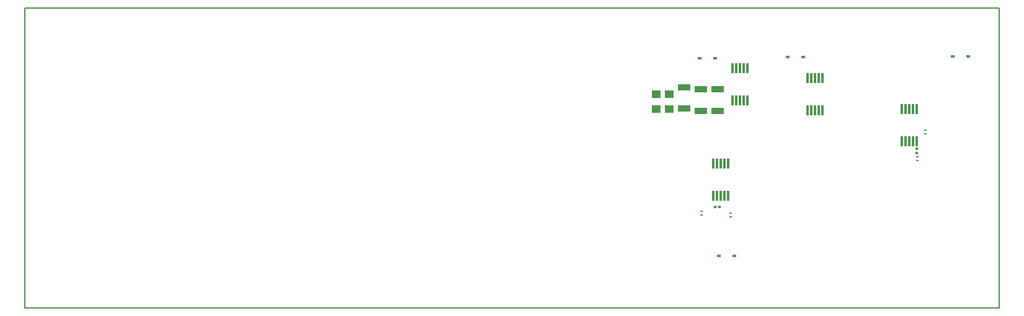
<source format=gbr>
G04 #@! TF.FileFunction,Paste,Bot*
%FSLAX46Y46*%
G04 Gerber Fmt 4.6, Leading zero omitted, Abs format (unit mm)*
G04 Created by KiCad (PCBNEW 4.0.7) date 06/06/18 14:18:26*
%MOMM*%
%LPD*%
G01*
G04 APERTURE LIST*
%ADD10C,0.100000*%
%ADD11C,0.150000*%
%ADD12R,0.300000X0.350000*%
%ADD13R,1.250000X1.000000*%
%ADD14R,0.350000X0.300000*%
%ADD15R,0.300000X1.450000*%
%ADD16R,0.430000X0.280000*%
%ADD17R,1.700000X0.900000*%
%ADD18R,0.600000X0.450000*%
G04 APERTURE END LIST*
D10*
D11*
X25000000Y-164000000D02*
X25000000Y-123000000D01*
X158000000Y-164000000D02*
X25000000Y-164000000D01*
X158000000Y-123000000D02*
X158000000Y-164000000D01*
X25000000Y-123000000D02*
X158000000Y-123000000D01*
D12*
X119220000Y-150210000D03*
X119780000Y-150210000D03*
D13*
X111180000Y-134800000D03*
X111180000Y-136800000D03*
X112980000Y-134800000D03*
X112980000Y-136800000D03*
D14*
X146740000Y-142280000D03*
X146740000Y-142840000D03*
D15*
X118960000Y-144300000D03*
X119460000Y-144300000D03*
X119960000Y-144300000D03*
X120460000Y-144300000D03*
X120960000Y-144300000D03*
X120960000Y-148700000D03*
X120460000Y-148700000D03*
X119960000Y-148700000D03*
X119460000Y-148700000D03*
X118960000Y-148700000D03*
X121580000Y-131200000D03*
X122080000Y-131200000D03*
X122580000Y-131200000D03*
X123080000Y-131200000D03*
X123580000Y-131200000D03*
X123580000Y-135600000D03*
X123080000Y-135600000D03*
X122580000Y-135600000D03*
X122080000Y-135600000D03*
X121580000Y-135600000D03*
X131870000Y-132610000D03*
X132370000Y-132610000D03*
X132870000Y-132610000D03*
X133370000Y-132610000D03*
X133870000Y-132610000D03*
X133870000Y-137010000D03*
X133370000Y-137010000D03*
X132870000Y-137010000D03*
X132370000Y-137010000D03*
X131870000Y-137010000D03*
D16*
X117330000Y-150810000D03*
X117330000Y-151330000D03*
X121330000Y-151030000D03*
X121330000Y-151550000D03*
D17*
X119520000Y-137050000D03*
X119520000Y-134150000D03*
X117260000Y-137050000D03*
X117260000Y-134150000D03*
X115010000Y-133880000D03*
X115010000Y-136780000D03*
D16*
X146780000Y-143880000D03*
X146780000Y-143360000D03*
X147910000Y-139720000D03*
X147910000Y-140240000D03*
D15*
X146710000Y-141200000D03*
X146210000Y-141200000D03*
X145710000Y-141200000D03*
X145210000Y-141200000D03*
X144710000Y-141200000D03*
X144710000Y-136800000D03*
X145210000Y-136800000D03*
X145710000Y-136800000D03*
X146210000Y-136800000D03*
X146710000Y-136800000D03*
D18*
X119180000Y-129910000D03*
X117080000Y-129910000D03*
X151620000Y-129600000D03*
X153720000Y-129600000D03*
X129130000Y-129720000D03*
X131230000Y-129720000D03*
X121830000Y-156910000D03*
X119730000Y-156910000D03*
M02*

</source>
